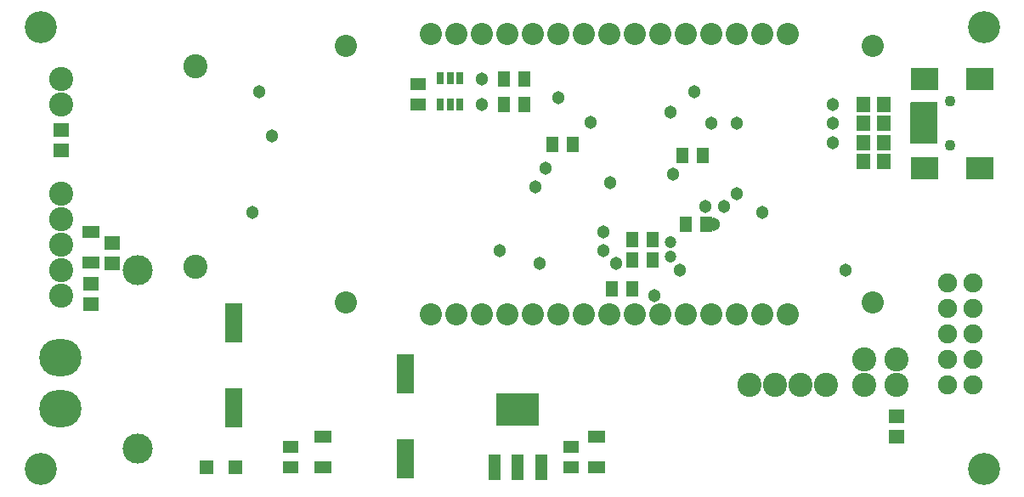
<source format=gbr>
%TF.GenerationSoftware,Altium Limited,Altium Designer,19.1.5 (86)*%
G04 Layer_Color=8388736*
%FSLAX43Y43*%
%MOMM*%
%TF.FileFunction,Soldermask,Top*%
%TF.Part,Single*%
G01*
G75*
%TA.AperFunction,SMDPad,CuDef*%
%ADD54R,1.603X1.403*%
%ADD55R,1.403X1.603*%
%ADD58R,1.503X1.203*%
%ADD59R,1.203X1.503*%
%TA.AperFunction,ComponentPad*%
%ADD60C,1.203*%
%ADD61C,2.403*%
%ADD62C,2.203*%
%ADD63C,3.003*%
%ADD64C,1.903*%
%ADD65O,4.203X3.703*%
%ADD66C,1.103*%
%TA.AperFunction,WasherPad*%
%ADD67C,3.203*%
%TA.AperFunction,ViaPad*%
%ADD68C,1.303*%
%TA.AperFunction,SMDPad,CuDef*%
%ADD72R,1.803X4.003*%
%ADD73R,1.803X1.303*%
%ADD74R,1.403X1.403*%
%ADD75R,2.453X0.703*%
%ADD76R,2.703X2.203*%
%ADD77R,0.803X1.303*%
%ADD78R,1.203X2.503*%
%ADD79R,4.203X3.203*%
G36*
X92329Y35433D02*
X89662D01*
Y39497D01*
X89652Y39507D01*
X89701Y39624D01*
X92329D01*
Y35433D01*
D02*
G37*
D54*
X8001Y19431D02*
D03*
Y21463D02*
D03*
X88265Y8255D02*
D03*
Y6223D02*
D03*
X10160Y23495D02*
D03*
Y25527D02*
D03*
X5080Y34798D02*
D03*
Y36830D02*
D03*
D55*
X84963Y33655D02*
D03*
X86995D02*
D03*
X84963Y35560D02*
D03*
X86995D02*
D03*
X84963Y37465D02*
D03*
X86995D02*
D03*
X84963Y39370D02*
D03*
X86995D02*
D03*
D58*
X40640D02*
D03*
Y41402D02*
D03*
X55880Y3175D02*
D03*
Y5207D02*
D03*
X27940Y3175D02*
D03*
Y5207D02*
D03*
D59*
X59944Y20955D02*
D03*
X61976D02*
D03*
Y25908D02*
D03*
X64008D02*
D03*
X61976Y23876D02*
D03*
X64008D02*
D03*
X49149Y39370D02*
D03*
X51181D02*
D03*
X49149Y41910D02*
D03*
X51181D02*
D03*
X69342Y27432D02*
D03*
X67310D02*
D03*
X53984Y35330D02*
D03*
X56016D02*
D03*
X68961Y34290D02*
D03*
X66929D02*
D03*
D60*
X65786Y25642D02*
D03*
Y24142D02*
D03*
D61*
X81280Y11430D02*
D03*
X78740D02*
D03*
X76200D02*
D03*
X73660D02*
D03*
X5080Y20320D02*
D03*
Y22860D02*
D03*
Y25400D02*
D03*
Y27940D02*
D03*
Y30480D02*
D03*
X85090Y11430D02*
D03*
Y13970D02*
D03*
X88265D02*
D03*
Y11430D02*
D03*
X5080Y41910D02*
D03*
Y39370D02*
D03*
X18415Y23180D02*
D03*
Y43180D02*
D03*
D62*
X41910Y46355D02*
D03*
X44450D02*
D03*
X46990D02*
D03*
X49530D02*
D03*
X52070D02*
D03*
X54610D02*
D03*
X57150D02*
D03*
X59690D02*
D03*
X62230D02*
D03*
X64770D02*
D03*
X67310D02*
D03*
X69850D02*
D03*
X72390D02*
D03*
X74930D02*
D03*
X77470D02*
D03*
Y18415D02*
D03*
X74930D02*
D03*
X72390D02*
D03*
X69850D02*
D03*
X67310D02*
D03*
X64770D02*
D03*
X62230D02*
D03*
X59690D02*
D03*
X57150D02*
D03*
X54610D02*
D03*
X52070D02*
D03*
X49530D02*
D03*
X46990D02*
D03*
X44450D02*
D03*
X41910D02*
D03*
X33440Y19635D02*
D03*
Y45135D02*
D03*
X85940D02*
D03*
Y19635D02*
D03*
D63*
X12700Y22860D02*
D03*
Y5080D02*
D03*
D64*
X95885Y21590D02*
D03*
Y19050D02*
D03*
Y16510D02*
D03*
Y13970D02*
D03*
Y11430D02*
D03*
X93345D02*
D03*
Y13970D02*
D03*
Y16510D02*
D03*
Y19050D02*
D03*
Y21590D02*
D03*
D65*
X5000Y14080D02*
D03*
Y9000D02*
D03*
D66*
X93650Y39665D02*
D03*
Y35265D02*
D03*
D67*
X97000Y47000D02*
D03*
X3000D02*
D03*
Y3000D02*
D03*
X97000Y3000D02*
D03*
D68*
X52705Y23495D02*
D03*
X60325D02*
D03*
X48768Y24765D02*
D03*
X70104Y27432D02*
D03*
X64135Y20320D02*
D03*
X66675Y22860D02*
D03*
X66040Y32385D02*
D03*
X69215Y29210D02*
D03*
X59055Y26670D02*
D03*
Y24765D02*
D03*
X24765Y40640D02*
D03*
X83185Y22860D02*
D03*
X59750Y31580D02*
D03*
X74930Y28575D02*
D03*
X24130D02*
D03*
X53340Y33020D02*
D03*
X57785Y37580D02*
D03*
X26035Y36195D02*
D03*
X54610Y40005D02*
D03*
X71120Y29210D02*
D03*
X72390Y30480D02*
D03*
X46990Y39370D02*
D03*
Y41910D02*
D03*
X81915Y35560D02*
D03*
Y37465D02*
D03*
Y39370D02*
D03*
X68104Y40640D02*
D03*
X72390Y37465D02*
D03*
X69850D02*
D03*
X52330Y31080D02*
D03*
X65750Y38580D02*
D03*
D72*
X39370Y4055D02*
D03*
Y12455D02*
D03*
X22225Y17535D02*
D03*
Y9135D02*
D03*
D73*
X8001Y26670D02*
D03*
Y23622D02*
D03*
X31115Y6223D02*
D03*
Y3175D02*
D03*
X58420Y6223D02*
D03*
Y3175D02*
D03*
D74*
X22405D02*
D03*
X19505D02*
D03*
D75*
X91000Y37465D02*
D03*
Y39065D02*
D03*
Y36665D02*
D03*
Y38265D02*
D03*
Y35865D02*
D03*
D76*
X96575Y41915D02*
D03*
Y33015D02*
D03*
X91125Y41915D02*
D03*
Y33015D02*
D03*
D77*
X44765Y41940D02*
D03*
X43815D02*
D03*
X42865D02*
D03*
Y39340D02*
D03*
X43815D02*
D03*
X44765D02*
D03*
D78*
X48260Y3175D02*
D03*
X50560D02*
D03*
X52860D02*
D03*
D79*
X50560Y8975D02*
D03*
%TF.MD5,b0d0a4c35a8cddbfa349140ed6bc7f4f*%
M02*

</source>
